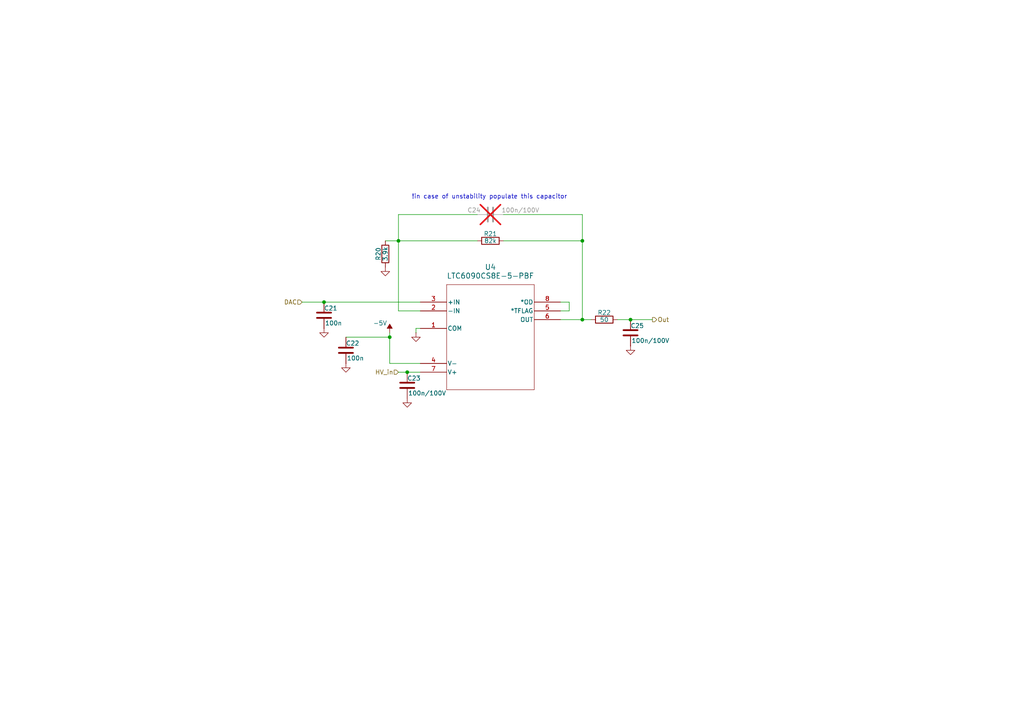
<source format=kicad_sch>
(kicad_sch (version 20250114) (generator "eeschema") (generator_version "9.0")
  (paper "A4")
  (title_block (title "HV Control"))
  (lib_symbols
    (symbol "0_lib:LTC6090CS8E-5-PBF" (pin_names (offset 0.254))
      (property "Reference" "U" (at 20.32 10.16 0))
      (property "Value" "LTC6090CS8E-5-PBF" (at 20.32 7.62 0))
      (symbol "LTC6090CS8E-5-PBF_0_1"
        (polyline (pts (xy 7.62 5.08) (xy 7.62 -25.4)) (stroke (width 0.127)))
        (polyline (pts (xy 7.62 -25.4) (xy 33.02 -25.4)) (stroke (width 0.127)))
        (polyline (pts (xy 33.02 5.08) (xy 7.62 5.08)) (stroke (width 0.127)))
        (polyline (pts (xy 33.02 -25.4) (xy 33.02 5.08)) (stroke (width 0.127)))
        (pin input line (at 0 0 0) (length 7.62) (name "+IN") (number "3"))
        (pin input line (at 0 -2.54 0) (length 7.62) (name "-IN") (number "2"))
        (pin unspecified line (at 0 -7.62 0) (length 7.62) (name "COM") (number "1"))
        (pin power_in line (at 0 -17.78 0) (length 7.62) (name "V-") (number "4"))
        (pin power_in line (at 0 -20.32 0) (length 7.62) (name "V+") (number "7"))
        (pin output line (at 40.64 0 180) (length 7.62) (name "*OD") (number "8"))
        (pin output line (at 40.64 -2.54 180) (length 7.62) (name "*TFLAG") (number "5"))
        (pin output line (at 40.64 -5.08 180) (length 7.62) (name "OUT") (number "6"))
      )
    )
    (symbol "Device:C" (pin_numbers (hide yes)) (pin_names (offset 0.254))
      (property "Reference" "C" (at 0.635 2.54 0))
      (property "Value" "C" (at 0.635 -2.54 0))
      (symbol "C_0_1"
        (polyline (pts (xy -2.032 0.762) (xy 2.032 0.762)) (stroke (width 0.508)))
        (polyline (pts (xy -2.032 -0.762) (xy 2.032 -0.762)) (stroke (width 0.508)))
      )
      (symbol "C_1_1"
        (pin passive line (at 0 3.81 270) (length 2.794) (name "~") (number "1"))
        (pin passive line (at 0 -3.81 90) (length 2.794) (name "~") (number "2"))
      )
    )
    (symbol "Device:R" (pin_numbers (hide yes)) (pin_names (offset 0))
      (property "Reference" "R" (at 2.032 0 90))
      (property "Value" "R" (at 0 0 90))
      (symbol "R_0_1"
        (rectangle (start -1.016 -2.54) (end 1.016 2.54) (stroke (width 0.254)))
      )
      (symbol "R_1_1"
        (pin passive line (at 0 3.81 270) (length 1.27) (name "~") (number "1"))
        (pin passive line (at 0 -3.81 90) (length 1.27) (name "~") (number "2"))
      )
    )
    (symbol "power:-5V" (power) (pin_numbers (hide yes)) (pin_names (offset 0) (hide yes))
      (property "Value" "-5V" (at 0 3.556 0))
      (symbol "-5V_0_0"
        (pin power_in line (at 0 0 90) (length 0) (name "~") (number "1"))
      )
      (symbol "-5V_0_1"
        (polyline (pts (xy 0 0) (xy 0 1.27) (xy 0.762 1.27) (xy 0 2.54) (xy -0.762 1.27) (xy 0 1.27)) (fill (type outline)))
      )
    )
    (symbol "power:GND" (power) (pin_numbers (hide yes)) (pin_names (offset 0) (hide yes))
      (property "Value" "GND" (at 0 -3.81 0))
      (symbol "GND_0_1"
        (polyline (pts (xy 0 0) (xy 0 -1.27) (xy 1.27 -1.27) (xy 0 -2.54) (xy -1.27 -1.27) (xy 0 -1.27)))
      )
      (symbol "GND_1_1"
        (pin power_in line (at 0 0 270) (length 0) (name "~") (number "1"))
      )
    )
  )
  (text "!in case of unstability populate this capacitor" (at 141.986 57.15 0) (effects (font (size 1.27 1.27))))
  (junction (at 168.91 92.71))
  (junction (at 115.57 69.85))
  (junction (at 113.03 97.79))
  (junction (at 118.11 107.95))
  (junction (at 182.88 92.71))
  (junction (at 168.91 69.85))
  (junction (at 93.98 87.63))
  (wire (pts (xy 120.65 96.52) (xy 120.65 95.25)))
  (wire (pts (xy 138.43 69.85) (xy 115.57 69.85)))
  (wire (pts (xy 168.91 69.85) (xy 168.91 92.71)))
  (wire (pts (xy 168.91 92.71) (xy 171.45 92.71)))
  (wire (pts (xy 93.98 87.63) (xy 121.92 87.63)))
  (wire (pts (xy 146.05 62.23) (xy 168.91 62.23)))
  (wire (pts (xy 115.57 69.85) (xy 111.76 69.85)))
  (wire (pts (xy 138.43 62.23) (xy 115.57 62.23)))
  (wire (pts (xy 168.91 62.23) (xy 168.91 69.85)))
  (wire (pts (xy 113.03 105.41) (xy 113.03 97.79)))
  (wire (pts (xy 146.05 69.85) (xy 168.91 69.85)))
  (wire (pts (xy 162.56 92.71) (xy 168.91 92.71)))
  (wire (pts (xy 115.57 69.85) (xy 115.57 90.17)))
  (wire (pts (xy 120.65 95.25) (xy 121.92 95.25)))
  (wire (pts (xy 113.03 97.79) (xy 113.03 96.52)))
  (wire (pts (xy 115.57 62.23) (xy 115.57 69.85)))
  (wire (pts (xy 100.33 97.79) (xy 113.03 97.79)))
  (wire (pts (xy 87.63 87.63) (xy 93.98 87.63)))
  (wire (pts (xy 115.57 107.95) (xy 118.11 107.95)))
  (wire (pts (xy 118.11 107.95) (xy 121.92 107.95)))
  (wire (pts (xy 162.56 90.17) (xy 165.1 90.17)))
  (wire (pts (xy 115.57 90.17) (xy 121.92 90.17)))
  (wire (pts (xy 165.1 87.63) (xy 165.1 90.17)))
  (wire (pts (xy 179.07 92.71) (xy 182.88 92.71)))
  (wire (pts (xy 121.92 105.41) (xy 113.03 105.41)))
  (wire (pts (xy 182.88 92.71) (xy 189.23 92.71)))
  (wire (pts (xy 162.56 87.63) (xy 165.1 87.63)))
  (hierarchical_label "HV_in" (shape input) (at 115.57 107.95 180))
  (hierarchical_label "Out" (shape output) (at 189.23 92.71 0))
  (hierarchical_label "DAC" (shape input) (at 87.63 87.63 180))
  (symbol (lib_id "Device:C") (at 142.24 62.23 90) (unit 1) (dnp yes)
    (property "Reference" "C24" (at 139.446 60.96 90) (effects (justify left)))
    (property "Value" "100n/100V" (at 156.464 60.96 90) (effects (justify left)))
    (property "Footprint" "0_lib:0402_density_C_Capacitor" (effects (hide yes)))
    (property "Description" "Unpolarized capacitor" (effects (hide yes)))
    (instances (project "HV_MPPC_Ballance_prototype" (path "" (reference "C24") (unit 1)) (path "" (reference "C15") (unit 1)) (path "" (reference "C44") (unit 1)) (path "" (reference "C39") (unit 1)) (path "" (reference "C49") (unit 1)) (path "" (reference "C34") (unit 1)) (path "" (reference "C19") (unit 1)) (path "" (reference "C29") (unit 1))) (project "HV_MPPC_Ballance_prototype" (path "" (reference "C24") (unit 1))))
  )
  (symbol (lib_id "Device:C") (at 118.11 111.76 0) (unit 1)
    (property "Reference" "C23" (at 118.11 109.728 0) (effects (justify left)))
    (property "Value" "100n/100V" (at 118.364 114.046 0) (effects (justify left)))
    (property "Footprint" "0_lib:0402_density_C_Capacitor" (effects (hide yes)))
    (property "Description" "Unpolarized capacitor" (effects (hide yes)))
    (instances (project "HV_MPPC_Ballance_prototype" (path "" (reference "C23") (unit 1)) (path "" (reference "C12") (unit 1)) (path "" (reference "C43") (unit 1)) (path "" (reference "C38") (unit 1)) (path "" (reference "C48") (unit 1)) (path "" (reference "C33") (unit 1)) (path "" (reference "C18") (unit 1)) (path "" (reference "C28") (unit 1))) (project "HV_MPPC_Ballance_prototype" (path "" (reference "C23") (unit 1))))
  )
  (symbol (lib_id "power:GND") (at 111.76 77.47 0) (unit 1)
    (property "Reference" "#PWR051" (effects (hide yes)))
    (property "Value" "GND" (effects (hide yes)))
    (property "Description" "Power symbol creates a global label with name \"GND\" , ground" (effects (hide yes)))
    (instances (project "HV_MPPC_Ballance_prototype" (path "" (reference "#PWR051") (unit 1)) (path "" (reference "#PWR03") (unit 1)) (path "" (reference "#PWR079") (unit 1)) (path "" (reference "#PWR072") (unit 1)) (path "" (reference "#PWR086") (unit 1)) (path "" (reference "#PWR065") (unit 1)) (path "" (reference "#PWR044") (unit 1)) (path "" (reference "#PWR058") (unit 1))) (project "HV_MPPC_Ballance_prototype" (path "" (reference "#PWR051") (unit 1))))
  )
  (symbol (lib_id "Device:R") (at 111.76 73.66 180) (unit 1)
    (property "Reference" "R20" (at 109.728 73.66 90))
    (property "Value" "3.9k" (at 111.76 73.66 90))
    (property "Footprint" "0_lib:0402_density_C_Resistor" (effects (hide yes)))
    (property "Description" "Resistor" (effects (hide yes)))
    (instances (project "HV_MPPC_Ballance_prototype" (path "" (reference "R20") (unit 1)) (path "" (reference "R3") (unit 1)) (path "" (reference "R35") (unit 1)) (path "" (reference "R32") (unit 1)) (path "" (reference "R38") (unit 1)) (path "" (reference "R29") (unit 1)) (path "" (reference "R17") (unit 1)) (path "" (reference "R23") (unit 1))) (project "HV_MPPC_Ballance_prototype" (path "" (reference "R20") (unit 1))))
  )
  (symbol (lib_id "0_lib:LTC6090CS8E-5-PBF") (at 121.92 87.63 0) (unit 1)
    (property "Reference" "U4" (at 142.24 77.47 0) (effects (font (size 1.524 1.524))))
    (property "Value" "LTC6090CS8E-5-PBF" (at 142.24 80.01 0) (effects (font (size 1.524 1.524))))
    (property "Footprint" "0_lib:SO-8_S_LIT" (effects (hide yes)))
    (property "Datasheet" "LTC6090CS8E-5-PBF" (effects (hide yes)))
    (instances (project "HV_MPPC_Ballance_prototype" (path "" (reference "U4") (unit 1)) (path "" (reference "U1") (unit 1)) (path "" (reference "U8") (unit 1)) (path "" (reference "U7") (unit 1)) (path "" (reference "U10") (unit 1)) (path "" (reference "U6") (unit 1)) (path "" (reference "U3") (unit 1)) (path "" (reference "U5") (unit 1))) (project "HV_MPPC_Ballance_prototype" (path "" (reference "U4") (unit 1))))
  )
  (symbol (lib_id "Device:C") (at 93.98 91.44 0) (unit 1)
    (property "Reference" "C21" (at 93.98 89.408 0) (effects (justify left)))
    (property "Value" "100n" (at 94.234 93.726 0) (effects (justify left)))
    (property "Footprint" "0_lib:0402_density_C_Capacitor" (effects (hide yes)))
    (property "Description" "Unpolarized capacitor" (effects (hide yes)))
    (instances (project "HV_MPPC_Ballance_prototype" (path "" (reference "C21") (unit 1)) (path "" (reference "C14") (unit 1)) (path "" (reference "C41") (unit 1)) (path "" (reference "C36") (unit 1)) (path "" (reference "C46") (unit 1)) (path "" (reference "C31") (unit 1)) (path "" (reference "C16") (unit 1)) (path "" (reference "C26") (unit 1))) (project "HV_MPPC_Ballance_prototype" (path "" (reference "C21") (unit 1))))
  )
  (symbol (lib_id "Device:C") (at 100.33 101.6 0) (unit 1)
    (property "Reference" "C22" (at 100.33 99.568 0) (effects (justify left)))
    (property "Value" "100n" (at 100.584 103.886 0) (effects (justify left)))
    (property "Footprint" "0_lib:0402_density_C_Capacitor" (effects (hide yes)))
    (property "Description" "Unpolarized capacitor" (effects (hide yes)))
    (instances (project "HV_MPPC_Ballance_prototype" (path "" (reference "C22") (unit 1)) (path "" (reference "C13") (unit 1)) (path "" (reference "C42") (unit 1)) (path "" (reference "C37") (unit 1)) (path "" (reference "C47") (unit 1)) (path "" (reference "C32") (unit 1)) (path "" (reference "C17") (unit 1)) (path "" (reference "C27") (unit 1))) (project "HV_MPPC_Ballance_prototype" (path "" (reference "C22") (unit 1))))
  )
  (symbol (lib_id "power:GND") (at 118.11 115.57 0) (unit 1)
    (property "Reference" "#PWR053" (effects (hide yes)))
    (property "Value" "GND" (effects (hide yes)))
    (property "Description" "Power symbol creates a global label with name \"GND\" , ground" (effects (hide yes)))
    (instances (project "HV_MPPC_Ballance_prototype" (path "" (reference "#PWR053") (unit 1)) (path "" (reference "#PWR039") (unit 1)) (path "" (reference "#PWR081") (unit 1)) (path "" (reference "#PWR074") (unit 1)) (path "" (reference "#PWR088") (unit 1)) (path "" (reference "#PWR067") (unit 1)) (path "" (reference "#PWR046") (unit 1)) (path "" (reference "#PWR060") (unit 1))) (project "HV_MPPC_Ballance_prototype" (path "" (reference "#PWR053") (unit 1))))
  )
  (symbol (lib_id "Device:C") (at 182.88 96.52 0) (unit 1)
    (property "Reference" "C25" (at 182.88 94.488 0) (effects (justify left)))
    (property "Value" "100n/100V" (at 183.134 98.806 0) (effects (justify left)))
    (property "Footprint" "0_lib:0402_density_C_Capacitor" (effects (hide yes)))
    (property "Description" "Unpolarized capacitor" (effects (hide yes)))
    (instances (project "HV_MPPC_Ballance_prototype" (path "" (reference "C25") (unit 1)) (path "" (reference "C11") (unit 1)) (path "" (reference "C45") (unit 1)) (path "" (reference "C40") (unit 1)) (path "" (reference "C50") (unit 1)) (path "" (reference "C35") (unit 1)) (path "" (reference "C20") (unit 1)) (path "" (reference "C30") (unit 1))) (project "HV_MPPC_Ballance_prototype" (path "" (reference "C25") (unit 1))))
  )
  (symbol (lib_id "Device:R") (at 175.26 92.71 90) (unit 1)
    (property "Reference" "R22" (at 175.26 90.678 90))
    (property "Value" "50" (at 175.26 92.71 90))
    (property "Footprint" "0_lib:0402_density_C_Resistor" (effects (hide yes)))
    (property "Description" "Resistor" (effects (hide yes)))
    (instances (project "HV_MPPC_Ballance_prototype" (path "" (reference "R22") (unit 1)) (path "" (reference "R1") (unit 1)) (path "" (reference "R37") (unit 1)) (path "" (reference "R34") (unit 1)) (path "" (reference "R40") (unit 1)) (path "" (reference "R31") (unit 1)) (path "" (reference "R19") (unit 1)) (path "" (reference "R28") (unit 1))) (project "HV_MPPC_Ballance_prototype" (path "" (reference "R22") (unit 1))))
  )
  (symbol (lib_id "power:GND") (at 100.33 105.41 0) (unit 1)
    (property "Reference" "#PWR050" (effects (hide yes)))
    (property "Value" "GND" (effects (hide yes)))
    (property "Description" "Power symbol creates a global label with name \"GND\" , ground" (effects (hide yes)))
    (instances (project "HV_MPPC_Ballance_prototype" (path "" (reference "#PWR050") (unit 1)) (path "" (reference "#PWR040") (unit 1)) (path "" (reference "#PWR078") (unit 1)) (path "" (reference "#PWR071") (unit 1)) (path "" (reference "#PWR085") (unit 1)) (path "" (reference "#PWR064") (unit 1)) (path "" (reference "#PWR043") (unit 1)) (path "" (reference "#PWR057") (unit 1))) (project "HV_MPPC_Ballance_prototype" (path "" (reference "#PWR050") (unit 1))))
  )
  (symbol (lib_id "power:GND") (at 93.98 95.25 0) (unit 1)
    (property "Reference" "#PWR049" (effects (hide yes)))
    (property "Value" "GND" (effects (hide yes)))
    (property "Description" "Power symbol creates a global label with name \"GND\" , ground" (effects (hide yes)))
    (instances (project "HV_MPPC_Ballance_prototype" (path "" (reference "#PWR049") (unit 1)) (path "" (reference "#PWR041") (unit 1)) (path "" (reference "#PWR077") (unit 1)) (path "" (reference "#PWR070") (unit 1)) (path "" (reference "#PWR084") (unit 1)) (path "" (reference "#PWR063") (unit 1)) (path "" (reference "#PWR042") (unit 1)) (path "" (reference "#PWR056") (unit 1))) (project "HV_MPPC_Ballance_prototype" (path "" (reference "#PWR049") (unit 1))))
  )
  (symbol (lib_id "power:-5V") (at 113.03 96.52 0) (unit 1)
    (property "Reference" "#PWR052" (effects (hide yes)))
    (property "Value" "-5V" (at 110.236 93.726 0))
    (property "Description" "Power symbol creates a global label with name \"-5V\"" (effects (hide yes)))
    (instances (project "HV_MPPC_Ballance_prototype" (path "" (reference "#PWR052") (unit 1)) (path "" (reference "#PWR0102") (unit 1)) (path "" (reference "#PWR080") (unit 1)) (path "" (reference "#PWR073") (unit 1)) (path "" (reference "#PWR087") (unit 1)) (path "" (reference "#PWR066") (unit 1)) (path "" (reference "#PWR045") (unit 1)) (path "" (reference "#PWR059") (unit 1))) (project "HV_MPPC_Ballance_prototype" (path "" (reference "#PWR052") (unit 1))))
  )
  (symbol (lib_id "Device:R") (at 142.24 69.85 90) (unit 1)
    (property "Reference" "R21" (at 142.24 67.818 90))
    (property "Value" "82k" (at 142.24 69.85 90))
    (property "Footprint" "0_lib:0402_density_C_Resistor" (effects (hide yes)))
    (property "Description" "Resistor" (effects (hide yes)))
    (instances (project "HV_MPPC_Ballance_prototype" (path "" (reference "R21") (unit 1)) (path "" (reference "R2") (unit 1)) (path "" (reference "R36") (unit 1)) (path "" (reference "R33") (unit 1)) (path "" (reference "R39") (unit 1)) (path "" (reference "R30") (unit 1)) (path "" (reference "R18") (unit 1)) (path "" (reference "R24") (unit 1))) (project "HV_MPPC_Ballance_prototype" (path "" (reference "R21") (unit 1))))
  )
  (symbol (lib_id "power:GND") (at 182.88 100.33 0) (unit 1)
    (property "Reference" "#PWR055" (effects (hide yes)))
    (property "Value" "GND" (effects (hide yes)))
    (property "Description" "Power symbol creates a global label with name \"GND\" , ground" (effects (hide yes)))
    (instances (project "HV_MPPC_Ballance_prototype" (path "" (reference "#PWR055") (unit 1)) (path "" (reference "#PWR038") (unit 1)) (path "" (reference "#PWR083") (unit 1)) (path "" (reference "#PWR076") (unit 1)) (path "" (reference "#PWR090") (unit 1)) (path "" (reference "#PWR069") (unit 1)) (path "" (reference "#PWR048") (unit 1)) (path "" (reference "#PWR062") (unit 1))) (project "HV_MPPC_Ballance_prototype" (path "" (reference "#PWR055") (unit 1))))
  )
  (symbol (lib_id "power:GND") (at 120.65 96.52 0) (unit 1)
    (property "Reference" "#PWR054" (effects (hide yes)))
    (property "Value" "GND" (effects (hide yes)))
    (property "Description" "Power symbol creates a global label with name \"GND\" , ground" (effects (hide yes)))
    (instances (project "HV_MPPC_Ballance_prototype" (path "" (reference "#PWR054") (unit 1)) (path "" (reference "#PWR0101") (unit 1)) (path "" (reference "#PWR082") (unit 1)) (path "" (reference "#PWR075") (unit 1)) (path "" (reference "#PWR089") (unit 1)) (path "" (reference "#PWR068") (unit 1)) (path "" (reference "#PWR047") (unit 1)) (path "" (reference "#PWR061") (unit 1))) (project "HV_MPPC_Ballance_prototype" (path "" (reference "#PWR054") (unit 1))))
  )
)
</source>
